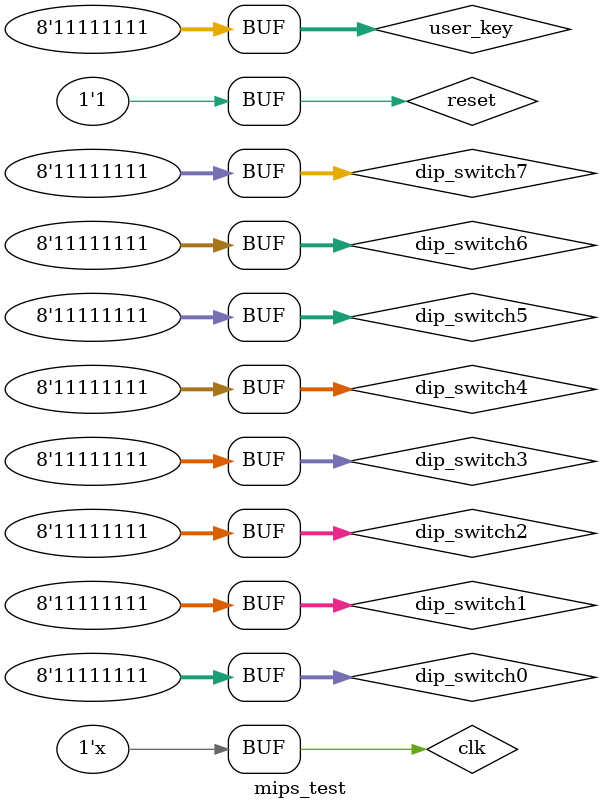
<source format=v>
`timescale 1ns / 1ps


module mips_test;

	// Inputs
	reg clk;
	reg reset;
	reg [7:0] dip_switch0, dip_switch1, dip_switch2, dip_switch3, dip_switch4, dip_switch5, dip_switch6, dip_switch7;
	reg [7:0] user_key;

	wire [7:0] digital_tube2, digital_tube1, digital_tube0;
	wire [3:0] digital_tube_sel1, digital_tube_sel0;
	wire digital_tube_sel2;
	wire [31:0] led_light;

	// Instantiate the Unit Under Test (UUT)
	mips uut (
		.clk_in(clk), 
		.sys_rstn(reset),
		.dip_switch0(dip_switch0),
		.dip_switch1(dip_switch1),
		.dip_switch2(dip_switch2),
		.dip_switch3(dip_switch3),
		.dip_switch4(dip_switch4),
		.dip_switch5(dip_switch5),
		.dip_switch6(dip_switch6),
		.dip_switch7(dip_switch7),
		.user_key(user_key),
		.led_light(led_light),
		.digital_tube2(digital_tube2),
		.digital_tube_sel2(digital_tube_sel2),
		.digital_tube1(digital_tube1),
		.digital_tube_sel1(digital_tube_sel1),
		.digital_tube0(digital_tube0),
		.digital_tube_sel0(digital_tube_sel0)
	);

	initial begin
		clk = 0;
		reset = 0;
		{dip_switch7,dip_switch6,dip_switch5,dip_switch4,dip_switch3,dip_switch2,dip_switch1,dip_switch0} = ~0;
		user_key = ~0;
		#600
		reset = 1;

		#1000
		user_key = 8'b11111110;
		#10
		user_key = 8'b11111111;
		#2000
		user_key = 8'b11111110;
		#10
		user_key = 8'b11111111;
		#2000
		user_key = 8'b11111110;
		#10
		user_key = 8'b11111111;
		#2000
		user_key = 8'b11111110;
		#10
		user_key = 8'b11111111;
		#2000
		user_key = 8'b11111110;
		#10
		user_key = 8'b11111111;
		#2000
		user_key = 8'b11111110;
		#10
		user_key = 8'b11111111;
		#2000
		user_key = 8'b11111110;
		#10
		user_key = 8'b11111111;
		#2000
		user_key = 8'b11111110;
		#10
		user_key = 8'b11111111;
		#2000
		user_key = 8'b11111110;
		#10
		user_key = 8'b11111111;
		
	end
	always #1 clk = ~clk;
      
endmodule


</source>
